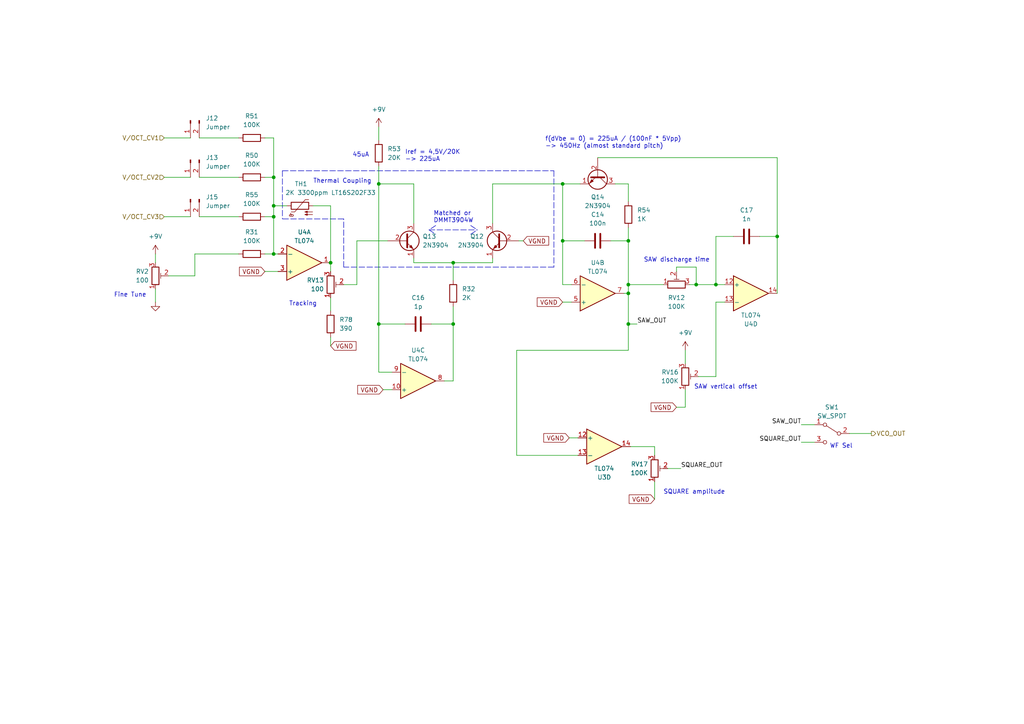
<source format=kicad_sch>
(kicad_sch (version 20211123) (generator eeschema)
  (paper "A4")
  (title_block (title "Liv Synth - VCO") (date "2022-07-18") (rev "${Version}") (company "SloBlo Labs"))
  (lib_symbols
    (symbol "Amplifier_Operational:TL074" (pin_names (offset 0.127))
      (property "Reference" "U" (at 0 5.08 0))
      (property "Value" "TL074" (at 0 -5.08 0))
      (symbol "TL074_1_1"
        (polyline (pts (xy -5.08 5.08) (xy 5.08 0) (xy -5.08 -5.08) (xy -5.08 5.08)) (stroke (width 0.254)) (fill (type background)))
        (pin output line (at 7.62 0 180) (length 2.54) (name "~") (number "1"))
        (pin input line (at -7.62 -2.54 0) (length 2.54) (name "-") (number "2"))
        (pin input line (at -7.62 2.54 0) (length 2.54) (name "+") (number "3"))
      )
      (symbol "TL074_2_1"
        (polyline (pts (xy -5.08 5.08) (xy 5.08 0) (xy -5.08 -5.08) (xy -5.08 5.08)) (stroke (width 0.254)) (fill (type background)))
        (pin input line (at -7.62 2.54 0) (length 2.54) (name "+") (number "5"))
        (pin input line (at -7.62 -2.54 0) (length 2.54) (name "-") (number "6"))
        (pin output line (at 7.62 0 180) (length 2.54) (name "~") (number "7"))
      )
      (symbol "TL074_3_1"
        (polyline (pts (xy -5.08 5.08) (xy 5.08 0) (xy -5.08 -5.08) (xy -5.08 5.08)) (stroke (width 0.254)) (fill (type background)))
        (pin input line (at -7.62 2.54 0) (length 2.54) (name "+") (number "10"))
        (pin output line (at 7.62 0 180) (length 2.54) (name "~") (number "8"))
        (pin input line (at -7.62 -2.54 0) (length 2.54) (name "-") (number "9"))
      )
      (symbol "TL074_4_1"
        (polyline (pts (xy -5.08 5.08) (xy 5.08 0) (xy -5.08 -5.08) (xy -5.08 5.08)) (stroke (width 0.254)) (fill (type background)))
        (pin input line (at -7.62 2.54 0) (length 2.54) (name "+") (number "12"))
        (pin input line (at -7.62 -2.54 0) (length 2.54) (name "-") (number "13"))
        (pin output line (at 7.62 0 180) (length 2.54) (name "~") (number "14"))
      )
      (symbol "TL074_5_1"
        (pin power_in line (at -2.54 -7.62 90) (length 3.81) (name "V-") (number "11"))
        (pin power_in line (at -2.54 7.62 270) (length 3.81) (name "V+") (number "4"))
      )
    )
    (symbol "Connector:Conn_01x02_Male" (pin_names (offset 1.016) hide)
      (property "Reference" "J" (at 0 2.54 0))
      (property "Value" "Conn_01x02_Male" (at 0 -5.08 0))
      (symbol "Conn_01x02_Male_1_1"
        (polyline (pts (xy 1.27 -2.54) (xy 0.8636 -2.54)) (stroke (width 0.1524)))
        (polyline (pts (xy 1.27 0) (xy 0.8636 0)) (stroke (width 0.1524)))
        (rectangle (start 0.8636 -2.413) (end 0 -2.667) (stroke (width 0.1524)) (fill (type outline)))
        (rectangle (start 0.8636 0.127) (end 0 -0.127) (stroke (width 0.1524)) (fill (type outline)))
        (pin passive line (at 5.08 0 180) (length 3.81) (name "Pin_1") (number "1"))
        (pin passive line (at 5.08 -2.54 180) (length 3.81) (name "Pin_2") (number "2"))
      )
    )
    (symbol "Device:C" (pin_numbers hide) (pin_names (offset 0.254))
      (property "Reference" "C" (at 0.635 2.54 0))
      (property "Value" "C" (at 0.635 -2.54 0))
      (symbol "C_0_1"
        (polyline (pts (xy -2.032 -0.762) (xy 2.032 -0.762)) (stroke (width 0.508)))
        (polyline (pts (xy -2.032 0.762) (xy 2.032 0.762)) (stroke (width 0.508)))
      )
      (symbol "C_1_1"
        (pin passive line (at 0 3.81 270) (length 2.794) (name "~") (number "1"))
        (pin passive line (at 0 -3.81 90) (length 2.794) (name "~") (number "2"))
      )
    )
    (symbol "Device:R" (pin_numbers hide) (pin_names (offset 0))
      (property "Reference" "R" (at 2.032 0 90))
      (property "Value" "R" (at 0 0 90))
      (symbol "R_0_1"
        (rectangle (start -1.016 -2.54) (end 1.016 2.54) (stroke (width 0.254)))
      )
      (symbol "R_1_1"
        (pin passive line (at 0 3.81 270) (length 1.27) (name "~") (number "1"))
        (pin passive line (at 0 -3.81 90) (length 1.27) (name "~") (number "2"))
      )
    )
    (symbol "Device:R_Potentiometer_Trim" (pin_names (offset 1.016) hide)
      (property "Reference" "RV" (at -4.445 0 90))
      (property "Value" "R_Potentiometer_Trim" (at -2.54 0 90))
      (symbol "R_Potentiometer_Trim_0_1"
        (polyline (pts (xy 1.524 0.762) (xy 1.524 -0.762)))
        (polyline (pts (xy 2.54 0) (xy 1.524 0)))
        (rectangle (start 1.016 2.54) (end -1.016 -2.54) (stroke (width 0.254)))
      )
      (symbol "R_Potentiometer_Trim_1_1"
        (pin passive line (at 0 3.81 270) (length 1.27) (name "1") (number "1"))
        (pin passive line (at 3.81 0 180) (length 1.27) (name "2") (number "2"))
        (pin passive line (at 0 -3.81 90) (length 1.27) (name "3") (number "3"))
      )
    )
    (symbol "Device:Thermistor_PTC" (pin_numbers hide) (pin_names (offset 0))
      (property "Reference" "TH" (at -4.064 0 90))
      (property "Value" "Thermistor_PTC" (at 3.048 0 90))
      (symbol "Thermistor_PTC_0_1"
        (arc (start -3.048 2.159) (mid -3.0495 2.3143) (end -3.175 2.413))
        (arc (start -3.048 2.159) (mid -2.9736 1.9794) (end -2.794 1.905))
        (arc (start -3.048 2.794) (mid -2.9736 2.6144) (end -2.794 2.54))
        (arc (start -2.794 1.905) (mid -2.6144 1.9794) (end -2.54 2.159))
        (arc (start -2.794 2.54) (mid -2.4393 2.5587) (end -2.159 2.794))
        (arc (start -2.794 3.048) (mid -2.9736 2.9736) (end -3.048 2.794))
        (arc (start -2.54 2.794) (mid -2.6144 2.9736) (end -2.794 3.048))
        (rectangle (start -1.016 2.54) (end 1.016 -2.54) (stroke (width 0.254)))
        (polyline (pts (xy -2.54 2.159) (xy -2.54 2.794)))
        (polyline (pts (xy -1.778 2.54) (xy -1.778 1.524) (xy 1.778 -1.524) (xy 1.778 -2.54)))
        (polyline (pts (xy -2.54 -3.683) (xy -2.54 -1.397) (xy -2.794 -2.159) (xy -2.286 -2.159) (xy -2.54 -1.397) (xy -2.54 -1.651)) (fill (type outline)))
        (polyline (pts (xy -1.778 -3.683) (xy -1.778 -1.397) (xy -2.032 -2.159) (xy -1.524 -2.159) (xy -1.778 -1.397) (xy -1.778 -1.651)) (fill (type outline)))
      )
      (symbol "Thermistor_PTC_1_1"
        (pin passive line (at 0 3.81 270) (length 1.27) (name "~") (number "1"))
        (pin passive line (at 0 -3.81 90) (length 1.27) (name "~") (number "2"))
      )
    )
    (symbol "Switch:SW_SPDT" (pin_names (offset 0) hide)
      (property "Reference" "SW" (at 0 4.318 0))
      (property "Value" "SW_SPDT" (at 0 -5.08 0))
      (symbol "SW_SPDT_0_0"
        (circle (center -2.032 0) (radius 0.508))
        (circle (center 2.032 -2.54) (radius 0.508))
      )
      (symbol "SW_SPDT_0_1"
        (polyline (pts (xy -1.524 0.254) (xy 1.651 2.286)))
        (circle (center 2.032 2.54) (radius 0.508))
      )
      (symbol "SW_SPDT_1_1"
        (pin passive line (at 5.08 2.54 180) (length 2.54) (name "A") (number "1"))
        (pin passive line (at -5.08 0 0) (length 2.54) (name "B") (number "2"))
        (pin passive line (at 5.08 -2.54 180) (length 2.54) (name "C") (number "3"))
      )
    )
    (symbol "Transistor_BJT:2N3904" (pin_names (offset 0) hide)
      (property "Reference" "Q" (at 5.08 1.905 0))
      (property "Value" "2N3904" (at 5.08 0 0))
      (symbol "2N3904_0_1"
        (polyline (pts (xy 0.635 0.635) (xy 2.54 2.54)))
        (polyline (pts (xy 0.635 -0.635) (xy 2.54 -2.54) (xy 2.54 -2.54)))
        (polyline (pts (xy 0.635 1.905) (xy 0.635 -1.905) (xy 0.635 -1.905)) (stroke (width 0.508)))
        (polyline (pts (xy 1.27 -1.778) (xy 1.778 -1.27) (xy 2.286 -2.286) (xy 1.27 -1.778) (xy 1.27 -1.778)) (fill (type outline)))
        (circle (center 1.27 0) (radius 2.8194) (stroke (width 0.254)))
      )
      (symbol "2N3904_1_1"
        (pin passive line (at 2.54 -5.08 90) (length 2.54) (name "E") (number "1"))
        (pin passive line (at -5.08 0 0) (length 5.715) (name "B") (number "2"))
        (pin passive line (at 2.54 5.08 270) (length 2.54) (name "C") (number "3"))
      )
    )
    (symbol "power:+9V" (power) (pin_names (offset 0))
      (property "Value" "+9V" (at 0 3.556 0))
      (symbol "+9V_0_1"
        (polyline (pts (xy -0.762 1.27) (xy 0 2.54)))
        (polyline (pts (xy 0 0) (xy 0 2.54)))
        (polyline (pts (xy 0 2.54) (xy 0.762 1.27)))
      )
      (symbol "+9V_1_1"
        (pin power_in line (at 0 0 90) (length 0) hide (name "+9V") (number "1"))
      )
    )
    (symbol "power:GND" (power) (pin_names (offset 0))
      (property "Value" "GND" (at 0 -3.81 0))
      (symbol "GND_0_1"
        (polyline (pts (xy 0 0) (xy 0 -1.27) (xy 1.27 -1.27) (xy 0 -2.54) (xy -1.27 -1.27) (xy 0 -1.27)))
      )
      (symbol "GND_1_1"
        (pin power_in line (at 0 0 270) (length 0) hide (name "GND") (number "1"))
      )
    )
  )
  (junction (at 79.375 59.69))
  (junction (at 201.93 82.55))
  (junction (at 207.645 82.55))
  (junction (at 79.375 73.66))
  (junction (at 95.885 76.2))
  (junction (at 109.855 93.98))
  (junction (at 131.445 93.98))
  (junction (at 163.195 69.85))
  (junction (at 225.425 68.58))
  (junction (at 182.245 69.85))
  (junction (at 79.375 51.435))
  (junction (at 182.245 82.55))
  (junction (at 182.245 85.09))
  (junction (at 163.195 53.34))
  (junction (at 182.245 93.98))
  (junction (at 109.855 53.34))
  (junction (at 79.375 62.865))
  (junction (at 131.445 76.2))
  (wire (pts (xy 177.165 69.85) (xy 182.245 69.85)))
  (wire (pts (xy 79.375 73.66) (xy 80.645 73.66)))
  (polyline (pts (xy 81.915 49.53) (xy 160.655 49.53)))
  (wire (pts (xy 149.86 101.6) (xy 149.86 132.08)))
  (wire (pts (xy 109.855 36.83) (xy 109.855 40.64)))
  (wire (pts (xy 207.645 109.22) (xy 202.565 109.22)))
  (wire (pts (xy 178.435 53.34) (xy 182.245 53.34)))
  (wire (pts (xy 201.93 77.47) (xy 201.93 82.55)))
  (wire (pts (xy 196.215 118.11) (xy 198.755 118.11)))
  (wire (pts (xy 163.195 82.55) (xy 165.735 82.55)))
  (wire (pts (xy 182.245 66.04) (xy 182.245 69.85)))
  (wire (pts (xy 149.86 101.6) (xy 182.245 101.6)))
  (wire (pts (xy 109.855 93.98) (xy 117.475 93.98)))
  (wire (pts (xy 207.645 68.58) (xy 207.645 82.55)))
  (wire (pts (xy 131.445 110.49) (xy 131.445 93.98)))
  (wire (pts (xy 163.195 82.55) (xy 163.195 69.85)))
  (wire (pts (xy 95.885 97.79) (xy 95.885 100.33)))
  (wire (pts (xy 232.41 123.19) (xy 236.22 123.19)))
  (wire (pts (xy 193.675 135.89) (xy 197.485 135.89)))
  (wire (pts (xy 212.725 68.58) (xy 207.645 68.58)))
  (wire (pts (xy 76.835 73.66) (xy 79.375 73.66)))
  (wire (pts (xy 142.875 53.34) (xy 163.195 53.34)))
  (wire (pts (xy 56.515 80.01) (xy 56.515 73.66)))
  (wire (pts (xy 109.855 48.26) (xy 109.855 53.34)))
  (wire (pts (xy 220.345 68.58) (xy 225.425 68.58)))
  (wire (pts (xy 57.785 51.435) (xy 69.215 51.435)))
  (wire (pts (xy 128.905 110.49) (xy 131.445 110.49)))
  (wire (pts (xy 120.015 53.34) (xy 120.015 64.77)))
  (wire (pts (xy 198.755 118.11) (xy 198.755 113.03)))
  (wire (pts (xy 182.245 93.98) (xy 184.785 93.98)))
  (polyline (pts (xy 136.525 65.405) (xy 138.43 66.675)))
  (wire (pts (xy 103.505 69.85) (xy 103.505 82.55)))
  (wire (pts (xy 173.355 45.72) (xy 225.425 45.72)))
  (wire (pts (xy 95.885 86.36) (xy 95.885 90.17)))
  (wire (pts (xy 47.625 40.005) (xy 55.245 40.005)))
  (wire (pts (xy 109.855 53.34) (xy 120.015 53.34)))
  (polyline (pts (xy 126.365 65.405) (xy 124.46 66.675)))
  (wire (pts (xy 207.645 87.63) (xy 207.645 109.22)))
  (wire (pts (xy 225.425 68.58) (xy 225.425 45.72)))
  (wire (pts (xy 109.855 53.34) (xy 109.855 93.98)))
  (wire (pts (xy 120.015 76.2) (xy 131.445 76.2)))
  (wire (pts (xy 182.245 53.34) (xy 182.245 58.42)))
  (wire (pts (xy 210.185 87.63) (xy 207.645 87.63)))
  (wire (pts (xy 163.195 69.85) (xy 163.195 53.34)))
  (wire (pts (xy 182.245 85.09) (xy 180.975 85.09)))
  (wire (pts (xy 196.215 77.47) (xy 201.93 77.47)))
  (wire (pts (xy 109.855 93.98) (xy 109.855 107.95)))
  (wire (pts (xy 246.38 125.73) (xy 252.73 125.73)))
  (polyline (pts (xy 160.655 77.47) (xy 99.695 77.47)))
  (wire (pts (xy 76.835 51.435) (xy 79.375 51.435)))
  (wire (pts (xy 163.195 87.63) (xy 165.735 87.63)))
  (wire (pts (xy 47.625 62.865) (xy 55.245 62.865)))
  (wire (pts (xy 111.125 113.03) (xy 113.665 113.03)))
  (wire (pts (xy 79.375 51.435) (xy 79.375 59.69)))
  (wire (pts (xy 79.375 62.865) (xy 79.375 59.69)))
  (wire (pts (xy 182.245 69.85) (xy 182.245 82.55)))
  (polyline (pts (xy 160.655 49.53) (xy 160.655 77.47)))
  (wire (pts (xy 79.375 40.005) (xy 79.375 51.435)))
  (wire (pts (xy 182.88 129.54) (xy 189.865 129.54)))
  (wire (pts (xy 201.93 82.55) (xy 207.645 82.55)))
  (wire (pts (xy 207.645 82.55) (xy 210.185 82.55)))
  (polyline (pts (xy 99.695 77.47) (xy 99.695 63.5)))
  (polyline (pts (xy 124.46 66.675) (xy 126.365 67.945)))
  (polyline (pts (xy 81.915 49.53) (xy 81.915 63.5)))
  (wire (pts (xy 150.495 69.85) (xy 151.765 69.85)))
  (wire (pts (xy 131.445 76.2) (xy 142.875 76.2)))
  (wire (pts (xy 120.015 74.93) (xy 120.015 76.2)))
  (wire (pts (xy 165.1 127) (xy 167.64 127)))
  (wire (pts (xy 189.865 144.78) (xy 189.865 139.7)))
  (wire (pts (xy 57.785 62.865) (xy 69.215 62.865)))
  (wire (pts (xy 90.805 59.69) (xy 95.885 59.69)))
  (wire (pts (xy 196.215 78.74) (xy 196.215 77.47)))
  (wire (pts (xy 103.505 69.85) (xy 112.395 69.85)))
  (wire (pts (xy 182.245 82.55) (xy 182.245 85.09)))
  (wire (pts (xy 232.41 128.27) (xy 236.22 128.27)))
  (wire (pts (xy 45.085 76.2) (xy 45.085 73.66)))
  (wire (pts (xy 142.875 64.77) (xy 142.875 53.34)))
  (wire (pts (xy 56.515 73.66) (xy 69.215 73.66)))
  (wire (pts (xy 163.195 69.85) (xy 169.545 69.85)))
  (wire (pts (xy 47.625 51.435) (xy 55.245 51.435)))
  (wire (pts (xy 95.885 76.2) (xy 95.885 78.74)))
  (wire (pts (xy 182.245 85.09) (xy 182.245 93.98)))
  (polyline (pts (xy 124.46 66.675) (xy 138.43 66.675)))
  (wire (pts (xy 131.445 93.98) (xy 131.445 88.9)))
  (wire (pts (xy 95.885 59.69) (xy 95.885 76.2)))
  (wire (pts (xy 125.095 93.98) (xy 131.445 93.98)))
  (wire (pts (xy 131.445 76.2) (xy 131.445 81.28)))
  (wire (pts (xy 57.785 40.005) (xy 69.215 40.005)))
  (polyline (pts (xy 136.525 67.945) (xy 138.43 66.675)))
  (wire (pts (xy 182.245 101.6) (xy 182.245 93.98)))
  (polyline (pts (xy 99.695 63.5) (xy 81.915 63.5)))
  (wire (pts (xy 99.695 82.55) (xy 103.505 82.55)))
  (wire (pts (xy 109.855 107.95) (xy 113.665 107.95)))
  (wire (pts (xy 76.835 62.865) (xy 79.375 62.865)))
  (wire (pts (xy 142.875 76.2) (xy 142.875 74.93)))
  (wire (pts (xy 198.755 101.6) (xy 198.755 105.41)))
  (wire (pts (xy 76.835 40.005) (xy 79.375 40.005)))
  (wire (pts (xy 189.865 129.54) (xy 189.865 132.08)))
  (wire (pts (xy 45.085 83.82) (xy 45.085 87.63)))
  (wire (pts (xy 163.195 53.34) (xy 168.275 53.34)))
  (wire (pts (xy 149.86 132.08) (xy 167.64 132.08)))
  (wire (pts (xy 79.375 73.66) (xy 79.375 62.865)))
  (wire (pts (xy 48.895 80.01) (xy 56.515 80.01)))
  (wire (pts (xy 76.835 78.74) (xy 80.645 78.74)))
  (wire (pts (xy 182.245 82.55) (xy 192.405 82.55)))
  (wire (pts (xy 200.025 82.55) (xy 201.93 82.55)))
  (wire (pts (xy 225.425 85.09) (xy 225.425 68.58)))
  (wire (pts (xy 79.375 59.69) (xy 83.185 59.69)))
  (text "f(dVbe = 0) = 225uA / (100nF * 5Vpp)\n-> 450Hz (almost standard pitch)" (at 158.115 43.18 0) (effects (font (size 1.27 1.27)) (justify left bottom)))
  (text "WF Sel" (at 240.665 130.175 0) (effects (font (size 1.27 1.27)) (justify left bottom)))
  (text "45uA" (at 102.235 45.72 0) (effects (font (size 1.27 1.27)) (justify left bottom)))
  (text "SAW discharge time" (at 186.69 76.2 0) (effects (font (size 1.27 1.27)) (justify left bottom)))
  (text "Iref = 4,5V/20K\n-> 225uA" (at 117.475 46.99 0) (effects (font (size 1.27 1.27)) (justify left bottom)))
  (text "Tracking" (at 83.82 88.9 0) (effects (font (size 1.27 1.27)) (justify left bottom)))
  (text "Matched or\nDMMT3904W" (at 125.73 64.77 0) (effects (font (size 1.27 1.27)) (justify left bottom)))
  (text "SQUARE amplitude" (at 192.405 143.51 0) (effects (font (size 1.27 1.27)) (justify left bottom)))
  (text "Thermal Coupling" (at 90.805 53.34 0) (effects (font (size 1.27 1.27)) (justify left bottom)))
  (text "Fine Tune" (at 33.02 86.36 0) (effects (font (size 1.27 1.27)) (justify left bottom)))
  (text "SAW vertical offset" (at 201.295 113.03 0) (effects (font (size 1.27 1.27)) (justify left bottom)))
  (label "SQUARE_OUT" (at 197.485 135.89 0))
  (label "SAW_OUT" (at 232.41 123.19 180))
  (label "SAW_OUT" (at 184.785 93.98 0))
  (label "SQUARE_OUT" (at 232.41 128.27 180))
  (global_label "VGND" (shape input) (at 151.765 69.85 0) (property "Intersheet References" "${INTERSHEET_REFS}" (effects hide)))
  (global_label "VGND" (shape input) (at 196.215 118.11 180) (property "Intersheet References" "${INTERSHEET_REFS}" (effects hide)))
  (global_label "VGND" (shape input) (at 165.1 127 180) (property "Intersheet References" "${INTERSHEET_REFS}" (effects hide)))
  (global_label "VGND" (shape input) (at 163.195 87.63 180) (property "Intersheet References" "${INTERSHEET_REFS}" (effects hide)))
  (global_label "VGND" (shape input) (at 111.125 113.03 180) (property "Intersheet References" "${INTERSHEET_REFS}" (effects hide)))
  (global_label "VGND" (shape input) (at 95.885 100.33 0) (property "Intersheet References" "${INTERSHEET_REFS}" (effects hide)))
  (global_label "VGND" (shape input) (at 189.865 144.78 180) (property "Intersheet References" "${INTERSHEET_REFS}" (effects hide)))
  (global_label "VGND" (shape input) (at 76.835 78.74 180) (property "Intersheet References" "${INTERSHEET_REFS}" (effects hide)))
  (hierarchical_label "VCO_OUT" (shape output) (at 252.73 125.73 0))
  (hierarchical_label "V{slash}OCT_CV1" (shape input) (at 47.625 40.005 180))
  (hierarchical_label "V{slash}OCT_CV2" (shape input) (at 47.625 51.435 180))
  (hierarchical_label "V{slash}OCT_CV3" (shape input) (at 47.625 62.865 180))
  (symbol (lib_id "Device:R") (at 73.025 62.865 90) (unit 1)
    (property "Reference" "R55" (at 73.025 56.515 90))
    (property "Value" "100K" (at 73.025 59.055 90))
    (property "Footprint" "Resistor_THT:R_Axial_DIN0207_L6.3mm_D2.5mm_P7.62mm_Horizontal" (effects hide))
  )
  (symbol (lib_id "Connector:Conn_01x02_Male") (at 55.245 46.355 90) (mirror x) (unit 1)
    (property "Reference" "J13" (at 59.69 45.7199 90) (effects (justify right)))
    (property "Value" "Jumper" (at 59.69 48.2599 90) (effects (justify right)))
    (property "Footprint" "Connector_PinHeader_2.54mm:PinHeader_1x02_P2.54mm_Vertical" (effects hide))
  )
  (symbol (lib_id "Device:R") (at 182.245 62.23 0) (unit 1)
    (property "Reference" "R54" (at 184.785 60.9599 0) (effects (justify left)))
    (property "Value" "1K" (at 184.785 63.4999 0) (effects (justify left)))
    (property "Footprint" "Resistor_THT:R_Axial_DIN0207_L6.3mm_D2.5mm_P7.62mm_Horizontal" (effects hide))
  )
  (symbol (lib_id "power:+9V") (at 109.855 36.83 0) (unit 1)
    (property "Reference" "#PWR046" (effects hide))
    (property "Value" "+9V" (at 109.855 31.75 0))
  )
  (symbol (lib_id "Amplifier_Operational:TL074") (at 88.265 76.2 0) (mirror x) (unit 1)
    (property "Reference" "U4" (at 88.265 67.31 0))
    (property "Value" "TL074" (at 88.265 69.85 0))
    (property "Footprint" "Package_SO:SOIC-14_3.9x8.7mm_P1.27mm" (effects hide))
    (property "Datasheet" "http://www.ti.com/lit/ds/symlink/tl071.pdf" (effects hide))
    (property "LCSC" "C2057504" (effects hide))
  )
  (symbol (lib_id "Device:R") (at 131.445 85.09 0) (unit 1)
    (property "Reference" "R32" (at 133.985 83.8199 0) (effects (justify left)))
    (property "Value" "2K" (at 133.985 86.3599 0) (effects (justify left)))
    (property "Footprint" "Resistor_THT:R_Axial_DIN0207_L6.3mm_D2.5mm_P7.62mm_Horizontal" (effects hide))
  )
  (symbol (lib_id "Device:C") (at 121.285 93.98 90) (unit 1)
    (property "Reference" "C16" (at 121.285 86.36 90))
    (property "Value" "1p" (at 121.285 88.9 90))
    (property "Footprint" "Capacitor_THT:C_Disc_D3.0mm_W1.6mm_P2.50mm" (effects hide))
  )
  (symbol (lib_id "power:+9V") (at 45.085 73.66 0) (unit 1)
    (property "Reference" "#PWR047" (effects hide))
    (property "Value" "+9V" (at 45.085 68.58 0))
  )
  (symbol (lib_id "power:GND") (at 45.085 87.63 0) (unit 1)
    (property "Reference" "#PWR048" (effects hide))
    (property "Value" "GND" (effects hide))
  )
  (symbol (lib_id "Amplifier_Operational:TL074") (at 175.26 129.54 0) (unit 4)
    (property "Reference" "U3" (at 175.26 138.43 0))
    (property "Value" "TL074" (at 175.26 135.89 0))
    (property "Footprint" "Package_SO:SOIC-14_3.9x8.7mm_P1.27mm" (effects hide))
    (property "Datasheet" "http://www.ti.com/lit/ds/symlink/tl071.pdf" (effects hide))
    (property "LCSC" "C2057504" (effects hide))
  )
  (symbol (lib_id "Device:R") (at 73.025 51.435 90) (unit 1)
    (property "Reference" "R50" (at 73.025 45.085 90))
    (property "Value" "100K" (at 73.025 47.625 90))
    (property "Footprint" "Resistor_THT:R_Axial_DIN0207_L6.3mm_D2.5mm_P7.62mm_Horizontal" (effects hide))
  )
  (symbol (lib_id "Device:R_Potentiometer_Trim") (at 198.755 109.22 0) (mirror x) (unit 1)
    (property "Reference" "RV16" (at 196.85 107.9499 0) (effects (justify right)))
    (property "Value" "100K" (at 196.85 110.4899 0) (effects (justify right)))
    (property "Footprint" "SloBlo:Potentiometer_Bourns_3296W_Vertical" (effects hide))
  )
  (symbol (lib_id "Transistor_BJT:2N3904") (at 145.415 69.85 0) (mirror y) (unit 1)
    (property "Reference" "Q12" (at 140.335 68.5799 0) (effects (justify left)))
    (property "Value" "2N3904" (at 140.335 71.1199 0) (effects (justify left)))
    (property "Footprint" "Package_TO_SOT_THT:TO-92_Inline" (effects hide))
    (property "Datasheet" "https://www.onsemi.com/pub/Collateral/2N3903-D.PDF" (effects hide))
  )
  (symbol (lib_id "Device:R_Potentiometer_Trim") (at 95.885 82.55 0) (mirror x) (unit 1)
    (property "Reference" "RV13" (at 93.98 81.2799 0) (effects (justify right)))
    (property "Value" "100" (at 93.98 83.8199 0) (effects (justify right)))
    (property "Footprint" "SloBlo:Potentiometer_Bourns_3296W_Vertical" (effects hide))
  )
  (symbol (lib_id "Device:R") (at 73.025 73.66 90) (unit 1)
    (property "Reference" "R31" (at 73.025 67.31 90))
    (property "Value" "100K" (at 73.025 69.85 90))
    (property "Footprint" "Resistor_THT:R_Axial_DIN0207_L6.3mm_D2.5mm_P7.62mm_Horizontal" (effects hide))
  )
  (symbol (lib_id "Device:C") (at 173.355 69.85 90) (unit 1)
    (property "Reference" "C14" (at 173.355 62.23 90))
    (property "Value" "100n" (at 173.355 64.77 90))
    (property "Footprint" "Capacitor_THT:C_Rect_L7.2mm_W2.5mm_P5.00mm_FKS2_FKP2_MKS2_MKP2" (effects hide))
  )
  (symbol (lib_id "Transistor_BJT:2N3904") (at 173.355 50.8 270) (unit 1)
    (property "Reference" "Q14" (at 173.355 57.15 90))
    (property "Value" "2N3904" (at 173.355 59.69 90))
    (property "Footprint" "Package_TO_SOT_THT:TO-92_Inline" (effects hide))
    (property "Datasheet" "https://www.onsemi.com/pub/Collateral/2N3903-D.PDF" (effects hide))
  )
  (symbol (lib_id "Connector:Conn_01x02_Male") (at 55.245 57.785 90) (mirror x) (unit 1)
    (property "Reference" "J15" (at 59.69 57.1499 90) (effects (justify right)))
    (property "Value" "Jumper" (at 59.69 59.6899 90) (effects (justify right)))
    (property "Footprint" "Connector_PinHeader_2.54mm:PinHeader_1x02_P2.54mm_Vertical" (effects hide))
  )
  (symbol (lib_id "Amplifier_Operational:TL074") (at 121.285 110.49 0) (mirror x) (unit 3)
    (property "Reference" "U4" (at 121.285 101.6 0))
    (property "Value" "TL074" (at 121.285 104.14 0))
    (property "Footprint" "Package_SO:SOIC-14_3.9x8.7mm_P1.27mm" (effects hide))
    (property "Datasheet" "http://www.ti.com/lit/ds/symlink/tl071.pdf" (effects hide))
    (property "LCSC" "C2057504" (effects hide))
  )
  (symbol (lib_id "Device:R_Potentiometer_Trim") (at 196.215 82.55 90) (unit 1)
    (property "Reference" "RV12" (at 196.215 86.36 90))
    (property "Value" "100K" (at 196.215 88.9 90))
    (property "Footprint" "SloBlo:Potentiometer_Bourns_3296W_Vertical" (effects hide))
  )
  (symbol (lib_id "power:+9V") (at 198.755 101.6 0) (unit 1)
    (property "Reference" "#PWR049" (effects hide))
    (property "Value" "+9V" (at 198.755 96.52 0))
  )
  (symbol (lib_id "Device:C") (at 216.535 68.58 90) (unit 1)
    (property "Reference" "C17" (at 216.535 60.96 90))
    (property "Value" "1n" (at 216.535 63.5 90))
    (property "Footprint" "Capacitor_THT:C_Rect_L7.2mm_W2.5mm_P5.00mm_FKS2_FKP2_MKS2_MKP2" (effects hide))
  )
  (symbol (lib_id "Device:Thermistor_PTC") (at 86.995 59.69 90) (unit 1)
    (property "Reference" "TH1" (at 87.3125 53.34 90))
    (property "Value" "2K 3300ppm LT16S202F33" (at 95.885 55.88 90))
    (property "Footprint" "Resistor_THT:R_Axial_DIN0207_L6.3mm_D2.5mm_P7.62mm_Horizontal" (effects hide))
  )
  (symbol (lib_id "Amplifier_Operational:TL074") (at 217.805 85.09 0) (unit 4)
    (property "Reference" "U4" (at 217.805 93.98 0))
    (property "Value" "TL074" (at 217.805 91.44 0))
    (property "Footprint" "Package_SO:SOIC-14_3.9x8.7mm_P1.27mm" (effects hide))
    (property "Datasheet" "http://www.ti.com/lit/ds/symlink/tl071.pdf" (effects hide))
    (property "LCSC" "C2057504" (effects hide))
  )
  (symbol (lib_id "Connector:Conn_01x02_Male") (at 55.245 34.925 90) (mirror x) (unit 1)
    (property "Reference" "J12" (at 59.69 34.2899 90) (effects (justify right)))
    (property "Value" "Jumper" (at 59.69 36.8299 90) (effects (justify right)))
    (property "Footprint" "Connector_PinHeader_2.54mm:PinHeader_1x02_P2.54mm_Vertical" (effects hide))
  )
  (symbol (lib_id "Switch:SW_SPDT") (at 241.3 125.73 0) (mirror y) (unit 1)
    (property "Reference" "SW1" (at 241.3 118.11 0))
    (property "Value" "SW_SPDT" (at 241.3 120.65 0))
    (property "Footprint" "SloBlo:SW_Toggle_MS500C" (effects hide))
  )
  (symbol (lib_id "Device:R") (at 73.025 40.005 90) (unit 1)
    (property "Reference" "R51" (at 73.025 33.655 90))
    (property "Value" "100K" (at 73.025 36.195 90))
    (property "Footprint" "Resistor_THT:R_Axial_DIN0207_L6.3mm_D2.5mm_P7.62mm_Horizontal" (effects hide))
  )
  (symbol (lib_id "Device:R_Potentiometer_Trim") (at 45.085 80.01 0) (mirror x) (unit 1)
    (property "Reference" "RV2" (at 43.18 78.7399 0) (effects (justify right)))
    (property "Value" "100" (at 43.18 81.2799 0) (effects (justify right)))
    (property "Footprint" "SloBlo:Potentiometer_Bourns_3296W_Vertical" (effects hide))
  )
  (symbol (lib_id "Transistor_BJT:2N3904") (at 117.475 69.85 0) (unit 1)
    (property "Reference" "Q13" (at 122.555 68.5799 0) (effects (justify left)))
    (property "Value" "2N3904" (at 122.555 71.1199 0) (effects (justify left)))
    (property "Footprint" "Package_TO_SOT_THT:TO-92_Inline" (effects hide))
    (property "Datasheet" "https://www.onsemi.com/pub/Collateral/2N3903-D.PDF" (effects hide))
  )
  (symbol (lib_id "Device:R") (at 95.885 93.98 0) (unit 1)
    (property "Reference" "R78" (at 98.425 92.7099 0) (effects (justify left)))
    (property "Value" "390" (at 98.425 95.2499 0) (effects (justify left)))
    (property "Footprint" "Resistor_THT:R_Axial_DIN0207_L6.3mm_D2.5mm_P7.62mm_Horizontal" (effects hide))
  )
  (symbol (lib_id "Device:R") (at 109.855 44.45 0) (unit 1)
    (property "Reference" "R53" (at 112.395 43.1799 0) (effects (justify left)))
    (property "Value" "20K" (at 112.395 45.72 0) (effects (justify left)))
    (property "Footprint" "Resistor_THT:R_Axial_DIN0207_L6.3mm_D2.5mm_P7.62mm_Horizontal" (effects hide))
  )
  (symbol (lib_id "Amplifier_Operational:TL074") (at 173.355 85.09 0) (mirror x) (unit 2)
    (property "Reference" "U4" (at 173.355 76.2 0))
    (property "Value" "TL074" (at 173.355 78.74 0))
    (property "Footprint" "Package_SO:SOIC-14_3.9x8.7mm_P1.27mm" (effects hide))
    (property "Datasheet" "http://www.ti.com/lit/ds/symlink/tl071.pdf" (effects hide))
    (property "LCSC" "C2057504" (effects hide))
  )
  (symbol (lib_id "Device:R_Potentiometer_Trim") (at 189.865 135.89 0) (mirror x) (unit 1)
    (property "Reference" "RV17" (at 187.96 134.6199 0) (effects (justify right)))
    (property "Value" "100K" (at 187.96 137.1599 0) (effects (justify right)))
    (property "Footprint" "SloBlo:Potentiometer_Bourns_3296W_Vertical" (effects hide))
  )
)
</source>
